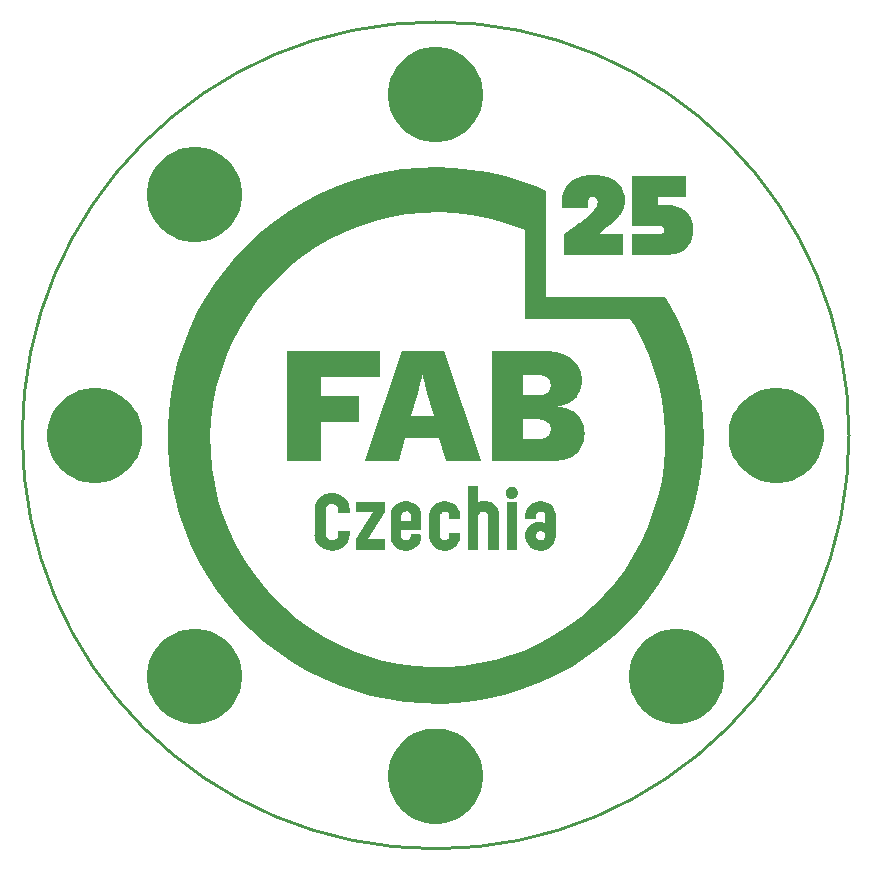
<source format=gto>
G04*
G04 #@! TF.GenerationSoftware,Altium Limited,Altium Designer,25.1.2 (22)*
G04*
G04 Layer_Color=65535*
%FSLAX25Y25*%
%MOIN*%
G70*
G04*
G04 #@! TF.SameCoordinates,1F9D3A5C-45A7-463C-8666-355E490B88AF*
G04*
G04*
G04 #@! TF.FilePolarity,Positive*
G04*
G01*
G75*
%ADD10C,0.00787*%
%ADD11C,0.01000*%
G36*
X140884Y266955D02*
X142893Y266417D01*
X144815Y265621D01*
X146616Y264581D01*
X148266Y263315D01*
X149737Y261844D01*
X151003Y260194D01*
X152043Y258392D01*
X152839Y256471D01*
X153378Y254462D01*
X153649Y252399D01*
X153649Y251359D01*
X153649Y250319D01*
X153378Y248257D01*
X152839Y246248D01*
X152043Y244326D01*
X151003Y242525D01*
X149737Y240875D01*
X148266Y239404D01*
X146616Y238138D01*
X144815Y237098D01*
X142893Y236302D01*
X140884Y235764D01*
X138822Y235492D01*
X137782Y235492D01*
X137782D01*
X136742Y235492D01*
X134680Y235764D01*
X132670Y236302D01*
X130749Y237098D01*
X128947Y238138D01*
X127297Y239404D01*
X125826Y240875D01*
X124560Y242525D01*
X123520Y244326D01*
X122724Y246248D01*
X122186Y248257D01*
X121915Y250319D01*
X121915Y251359D01*
X121915Y252399D01*
X122186Y254462D01*
X122724Y256471D01*
X123520Y258392D01*
X124560Y260194D01*
X125826Y261844D01*
X127297Y263315D01*
X128947Y264581D01*
X130749Y265621D01*
X132670Y266417D01*
X134680Y266955D01*
X136742Y267227D01*
X137782Y267227D01*
X138822Y267227D01*
X140884Y266955D01*
D02*
G37*
G36*
X60570Y233682D02*
X62579Y233144D01*
X64500Y232348D01*
X66302Y231308D01*
X67952Y230042D01*
X69423Y228571D01*
X70689Y226921D01*
X71729Y225120D01*
X72525Y223198D01*
X73063Y221189D01*
X73335Y219127D01*
X73335Y218087D01*
X73335Y217047D01*
X73063Y214984D01*
X72525Y212975D01*
X71729Y211054D01*
X70689Y209252D01*
X69423Y207602D01*
X67952Y206131D01*
X66302Y204865D01*
X64500Y203825D01*
X62579Y203029D01*
X60570Y202491D01*
X58507Y202219D01*
X57467Y202219D01*
X57467D01*
X56427Y202219D01*
X54365Y202491D01*
X52356Y203029D01*
X50434Y203825D01*
X48633Y204865D01*
X46983Y206131D01*
X45512Y207602D01*
X44246Y209252D01*
X43206Y211054D01*
X42410Y212975D01*
X41872Y214984D01*
X41600Y217047D01*
X41600Y218087D01*
X41600Y219127D01*
X41872Y221189D01*
X42410Y223198D01*
X43206Y225120D01*
X44246Y226921D01*
X45512Y228571D01*
X46983Y230042D01*
X48633Y231308D01*
X50434Y232348D01*
X52356Y233144D01*
X54365Y233682D01*
X56427Y233954D01*
X57467Y233954D01*
X58507Y233954D01*
X60570Y233682D01*
D02*
G37*
G36*
X191486Y224557D02*
X192372Y224475D01*
X193252Y224349D01*
X193688Y224265D01*
X193688Y224265D01*
X193887Y224225D01*
X194282Y224134D01*
X194673Y224031D01*
X195062Y223915D01*
X195254Y223852D01*
X195435Y223792D01*
X195793Y223658D01*
X196145Y223512D01*
X196492Y223354D01*
X196663Y223268D01*
X196825Y223186D01*
X197142Y223010D01*
X197452Y222820D01*
X197753Y222618D01*
X197900Y222511D01*
X198041Y222407D01*
X198314Y222185D01*
X198577Y221952D01*
X198828Y221706D01*
X198948Y221577D01*
X198948Y221577D01*
X199317Y221174D01*
X199928Y220266D01*
X200399Y219278D01*
X200718Y218231D01*
X200799Y217690D01*
X200832Y217483D01*
X200882Y217067D01*
X200916Y216649D01*
X200931Y216231D01*
X200931Y216021D01*
X200930Y215702D01*
X200868Y215065D01*
X200745Y214438D01*
X200563Y213825D01*
X200443Y213528D01*
X200383Y213380D01*
X200252Y213087D01*
X200110Y212800D01*
X199957Y212519D01*
X199875Y212381D01*
X199790Y212238D01*
X199612Y211959D01*
X199425Y211684D01*
X199230Y211416D01*
X199129Y211284D01*
X199023Y211147D01*
X198805Y210878D01*
X198581Y210614D01*
X198350Y210354D01*
X198232Y210227D01*
X198109Y210095D01*
X197858Y209833D01*
X197604Y209576D01*
X197345Y209323D01*
X197213Y209198D01*
X197213D01*
X197077Y209069D01*
X196801Y208813D01*
X196523Y208560D01*
X196242Y208309D01*
X196100Y208186D01*
X195954Y208058D01*
X195660Y207805D01*
X195365Y207553D01*
X195069Y207303D01*
X194920Y207178D01*
X194920Y207178D01*
X193702Y206165D01*
X192474Y205133D01*
Y204945D01*
X200257D01*
Y198021D01*
X180613D01*
X180536Y204945D01*
X183975Y207377D01*
X185569Y208531D01*
X185755Y208668D01*
X186126Y208944D01*
X186494Y209223D01*
X186861Y209504D01*
X187043Y209646D01*
X187211Y209777D01*
X187545Y210043D01*
X187876Y210312D01*
X188204Y210585D01*
X188367Y210723D01*
X188514Y210848D01*
X188805Y211104D01*
X189092Y211364D01*
X189375Y211628D01*
X189514Y211762D01*
Y211762D01*
X189637Y211883D01*
X189879Y212128D01*
X190114Y212379D01*
X190343Y212635D01*
X190456Y212766D01*
X190552Y212881D01*
X190738Y213117D01*
X190915Y213359D01*
X191083Y213608D01*
X191163Y213735D01*
X191230Y213846D01*
X191355Y214073D01*
X191466Y214307D01*
X191564Y214548D01*
X191608Y214670D01*
X191608D01*
X191643Y214779D01*
X191700Y215002D01*
X191739Y215228D01*
X191759Y215457D01*
X191763Y215572D01*
X191762Y215644D01*
X191753Y215787D01*
X191735Y215930D01*
X191706Y216070D01*
X191689Y216140D01*
X191680Y216172D01*
X191659Y216236D01*
X191637Y216298D01*
X191612Y216360D01*
X191599Y216391D01*
X191572Y216448D01*
X191512Y216560D01*
X191442Y216666D01*
X191365Y216766D01*
X191323Y216813D01*
X191232Y216903D01*
X191029Y217057D01*
X190803Y217174D01*
X190560Y217251D01*
X190435Y217274D01*
X190400Y217279D01*
X190330Y217287D01*
X190259Y217292D01*
X190189Y217295D01*
X190153Y217295D01*
Y217295D01*
X190080Y217295D01*
X189933Y217285D01*
X189788Y217265D01*
X189644Y217233D01*
X189574Y217213D01*
X189543Y217203D01*
X189482Y217181D01*
X189423Y217156D01*
X189365Y217129D01*
X189336Y217114D01*
X189231Y217052D01*
X189042Y216899D01*
X188883Y216714D01*
X188761Y216504D01*
X188716Y216391D01*
X188704Y216360D01*
X188683Y216298D01*
X188664Y216235D01*
X188648Y216172D01*
X188640Y216140D01*
X188633Y216106D01*
X188620Y216038D01*
X188609Y215970D01*
X188599Y215901D01*
X188596Y215866D01*
X188592Y215830D01*
X188586Y215756D01*
X188583Y215683D01*
X188581Y215609D01*
X188581Y215572D01*
Y215572D01*
Y215572D01*
D01*
X188581Y213479D01*
X179788D01*
Y215612D01*
X179782Y216152D01*
X179899Y217227D01*
X180143Y218280D01*
X180511Y219296D01*
X180754Y219779D01*
X181091Y220421D01*
X181978Y221570D01*
X183049Y222549D01*
X184274Y223328D01*
X184944Y223607D01*
X185131Y223688D01*
X185513Y223837D01*
X185899Y223971D01*
X186291Y224091D01*
X186488Y224143D01*
X186703Y224200D01*
X187134Y224298D01*
X187569Y224381D01*
X188006Y224450D01*
X188226Y224477D01*
Y224477D01*
X188466Y224506D01*
X188947Y224550D01*
X189429Y224579D01*
X189912Y224592D01*
X190153Y224592D01*
X190598Y224595D01*
X191486Y224557D01*
D02*
G37*
G36*
X221391Y217294D02*
X212075D01*
Y214601D01*
X215104Y214601D01*
X215628Y214606D01*
X216670Y214499D01*
X217693Y214276D01*
X218685Y213940D01*
X219159Y213717D01*
X219159D01*
X219668Y213475D01*
X220605Y212851D01*
X221445Y212100D01*
X222168Y211237D01*
X222760Y210279D01*
X223210Y209246D01*
X223508Y208160D01*
X223648Y207043D01*
X223637Y206480D01*
X223640Y206114D01*
X223596Y205384D01*
X223501Y204659D01*
X223357Y203942D01*
X223260Y203589D01*
X223215Y203429D01*
X223112Y203113D01*
X222997Y202801D01*
X222869Y202494D01*
X222799Y202343D01*
X222667Y202057D01*
X222353Y201510D01*
X221992Y200993D01*
X221587Y200510D01*
X221364Y200287D01*
X221139Y200065D01*
X220651Y199661D01*
X220130Y199302D01*
X219579Y198991D01*
X219291Y198860D01*
X219138Y198790D01*
X218828Y198662D01*
X218513Y198547D01*
X218194Y198444D01*
X218032Y198400D01*
X217860Y198352D01*
X217513Y198269D01*
X217163Y198198D01*
X216811Y198141D01*
X216634Y198118D01*
Y198118D01*
X216444Y198094D01*
X216062Y198058D01*
X215679Y198034D01*
X215296Y198022D01*
X215104Y198023D01*
X203320D01*
X203280Y204944D01*
X212598D01*
X212657Y204945D01*
X212774Y204951D01*
X212890Y204963D01*
X213006Y204982D01*
X213063Y204995D01*
X213063Y204995D01*
X213089Y205001D01*
X213141Y205015D01*
X213193Y205031D01*
X213244Y205048D01*
X213269Y205058D01*
X213293Y205067D01*
X213341Y205088D01*
X213387Y205110D01*
X213433Y205134D01*
X213455Y205147D01*
X213455Y205147D01*
X213477Y205160D01*
X213519Y205187D01*
X213560Y205216D01*
X213599Y205247D01*
X213619Y205263D01*
X213675Y205315D01*
X213777Y205431D01*
X213861Y205561D01*
X213927Y205701D01*
X213952Y205774D01*
X213960Y205802D01*
X213975Y205858D01*
X213988Y205914D01*
X213998Y205972D01*
X214003Y206000D01*
X214007Y206032D01*
X214014Y206096D01*
X214018Y206159D01*
X214020Y206223D01*
X214020Y206255D01*
X214019Y206342D01*
X214000Y206514D01*
X213962Y206683D01*
X213905Y206847D01*
X213869Y206926D01*
X213787Y207068D01*
X213573Y207318D01*
X213306Y207508D01*
X213000Y207628D01*
X212839Y207660D01*
X212809Y207664D01*
X212749Y207670D01*
X212689Y207675D01*
X212629Y207677D01*
X212598Y207677D01*
X212598Y207677D01*
X203280Y207677D01*
X203354Y224218D01*
X221391D01*
Y217294D01*
D02*
G37*
G36*
X254445Y153368D02*
X256454Y152830D01*
X258376Y152034D01*
X260177Y150994D01*
X261827Y149727D01*
X263298Y148257D01*
X264564Y146607D01*
X265604Y144805D01*
X266400Y142884D01*
X266939Y140874D01*
X267210Y138812D01*
X267210Y137772D01*
X267210Y136732D01*
X266939Y134670D01*
X266400Y132661D01*
X265604Y130739D01*
X264564Y128938D01*
X263298Y127287D01*
X261827Y125817D01*
X260177Y124550D01*
X258376Y123511D01*
X256454Y122715D01*
X254445Y122176D01*
X252383Y121905D01*
X251343Y121905D01*
X251343D01*
X250303Y121905D01*
X248240Y122176D01*
X246231Y122715D01*
X244310Y123511D01*
X242508Y124550D01*
X240858Y125817D01*
X239387Y127287D01*
X238121Y128938D01*
X237081Y130739D01*
X236285Y132661D01*
X235747Y134670D01*
X235475Y136732D01*
X235475Y137772D01*
D01*
Y137772D01*
Y137772D01*
X235475Y138812D01*
X235747Y140874D01*
X236285Y142884D01*
X237081Y144805D01*
X238121Y146607D01*
X239387Y148257D01*
X240858Y149727D01*
X242508Y150994D01*
X244310Y152034D01*
X246231Y152830D01*
X248240Y153368D01*
X250303Y153639D01*
X251343Y153639D01*
X252383Y153639D01*
X254445Y153368D01*
D02*
G37*
G36*
X27297D02*
X29306Y152830D01*
X31228Y152034D01*
X33029Y150994D01*
X34679Y149727D01*
X36150Y148257D01*
X37416Y146607D01*
X38456Y144805D01*
X39252Y142884D01*
X39790Y140874D01*
X40062Y138812D01*
X40062Y137772D01*
X40062Y136732D01*
X39790Y134670D01*
X39252Y132661D01*
X38456Y130739D01*
X37416Y128938D01*
X36150Y127287D01*
X34679Y125817D01*
X33029Y124550D01*
X31228Y123511D01*
X29306Y122715D01*
X27297Y122176D01*
X25235Y121905D01*
X24195Y121905D01*
X24195D01*
X23155Y121905D01*
X21092Y122176D01*
X19083Y122715D01*
X17162Y123511D01*
X15360Y124550D01*
X13710Y125817D01*
X12239Y127287D01*
X10973Y128938D01*
X9933Y130739D01*
X9137Y132661D01*
X8599Y134670D01*
X8327Y136732D01*
X8327Y137772D01*
X8327Y138812D01*
X8599Y140874D01*
X9137Y142884D01*
X9933Y144805D01*
X10973Y146607D01*
X12239Y148257D01*
X13710Y149727D01*
X15360Y150994D01*
X17162Y152034D01*
X19083Y152830D01*
X21092Y153368D01*
X23155Y153639D01*
X24195Y153639D01*
X25235Y153639D01*
X27297Y153368D01*
D02*
G37*
G36*
X221172Y73080D02*
X223181Y72542D01*
X225103Y71746D01*
X226904Y70706D01*
X228555Y69439D01*
X230025Y67969D01*
X231292Y66318D01*
X232331Y64517D01*
X233127Y62595D01*
X233666Y60586D01*
X233937Y58524D01*
X233937Y57484D01*
X233937Y56444D01*
X233666Y54382D01*
X233127Y52373D01*
X232331Y50451D01*
X231292Y48650D01*
X230025Y46999D01*
X228555Y45529D01*
X226904Y44262D01*
X225103Y43222D01*
X223181Y42426D01*
X221172Y41888D01*
X219110Y41617D01*
X218070Y41617D01*
X218070D01*
X217030Y41617D01*
X214968Y41888D01*
X212959Y42426D01*
X211037Y43222D01*
X209236Y44262D01*
X207585Y45529D01*
X206115Y46999D01*
X204848Y48650D01*
X203808Y50451D01*
X203012Y52373D01*
X202474Y54382D01*
X202203Y56444D01*
X202203Y57484D01*
X202203Y58524D01*
X202474Y60586D01*
X203012Y62595D01*
X203808Y64517D01*
X204848Y66318D01*
X206115Y67969D01*
X207585Y69439D01*
X209236Y70706D01*
X211037Y71746D01*
X212959Y72542D01*
X214968Y73080D01*
X217030Y73351D01*
X218070Y73351D01*
X219110Y73351D01*
X221172Y73080D01*
D02*
G37*
G36*
X60570D02*
X62579Y72542D01*
X64500Y71746D01*
X66302Y70706D01*
X67952Y69439D01*
X69423Y67969D01*
X70689Y66318D01*
X71729Y64517D01*
X72525Y62595D01*
X73063Y60586D01*
X73335Y58524D01*
X73335Y57484D01*
X73335Y56444D01*
X73063Y54382D01*
X72525Y52373D01*
X71729Y50451D01*
X70689Y48650D01*
X69423Y46999D01*
X67952Y45529D01*
X66302Y44262D01*
X64500Y43222D01*
X62579Y42426D01*
X60570Y41888D01*
X58507Y41617D01*
X57467Y41617D01*
X57467D01*
X56427Y41617D01*
X54365Y41888D01*
X52356Y42426D01*
X50434Y43222D01*
X48633Y44262D01*
X46983Y45529D01*
X45512Y46999D01*
X44246Y48650D01*
X43206Y50451D01*
X42410Y52373D01*
X41872Y54382D01*
X41600Y56444D01*
X41600Y57484D01*
X41600Y58524D01*
X41872Y60586D01*
X42410Y62595D01*
X43206Y64517D01*
X44246Y66318D01*
X45512Y67969D01*
X46983Y69439D01*
X48633Y70706D01*
X50434Y71746D01*
X52356Y72542D01*
X54365Y73080D01*
X56427Y73351D01*
X57467Y73351D01*
X58507Y73351D01*
X60570Y73080D01*
D02*
G37*
G36*
X143838Y226980D02*
X149574Y226405D01*
X155261Y225462D01*
X160875Y224154D01*
X166393Y222487D01*
X171792Y220468D01*
X174421Y219286D01*
X174421Y183810D01*
X214379D01*
X215864Y181339D01*
X218508Y176217D01*
X220816Y170935D01*
X222780Y165515D01*
X224390Y159980D01*
X225640Y154353D01*
X226524Y148657D01*
X227040Y142915D01*
X227184Y137153D01*
X226957Y131393D01*
X226359Y125660D01*
X225393Y119977D01*
X224062Y114368D01*
X222373Y108856D01*
X220332Y103465D01*
X217948Y98217D01*
X215230Y93134D01*
X212191Y88236D01*
X208842Y83544D01*
X205198Y79078D01*
X201273Y74856D01*
X197084Y70895D01*
X192649Y67213D01*
X187986Y63824D01*
X183114Y60743D01*
X178053Y57983D01*
X172826Y55554D01*
X167452Y53467D01*
X161955Y51731D01*
X156358Y50353D01*
X150684Y49339D01*
X144956Y48692D01*
X139198Y48416D01*
X133434Y48512D01*
X127689Y48978D01*
X121985Y49815D01*
X116348Y51017D01*
X110799Y52580D01*
X105363Y54497D01*
X100061Y56761D01*
X94917Y59361D01*
X89951Y62288D01*
X85184Y65529D01*
X80635Y69070D01*
X76325Y72898D01*
X72270Y76995D01*
X68487Y81344D01*
X64993Y85929D01*
X61801Y90729D01*
X58926Y95725D01*
X56379Y100896D01*
X54170Y106221D01*
X52308Y111677D01*
X50803Y117241D01*
X49659Y122891D01*
X48882Y128602D01*
X48474Y134352D01*
X48438Y140117D01*
X48773Y145871D01*
X49479Y151593D01*
X50552Y157256D01*
X51988Y162839D01*
X53780Y168318D01*
X55922Y173669D01*
X58405Y178872D01*
X61217Y183903D01*
X64349Y188743D01*
X67785Y193371D01*
X71513Y197768D01*
X75516Y201916D01*
X79778Y205797D01*
X84282Y209395D01*
X89008Y212695D01*
X93937Y215684D01*
X99049Y218349D01*
X104321Y220679D01*
X109733Y222664D01*
X115261Y224297D01*
X120884Y225569D01*
X126576Y226477D01*
X132315Y227016D01*
X138077Y227184D01*
X143838Y226980D01*
D02*
G37*
G36*
X140884Y39807D02*
X142893Y39269D01*
X144815Y38473D01*
X146616Y37433D01*
X148266Y36167D01*
X149737Y34696D01*
X151003Y33046D01*
X152043Y31244D01*
X152839Y29323D01*
X153378Y27314D01*
X153649Y25251D01*
X153649Y24211D01*
X153649Y23171D01*
X153378Y21109D01*
X152839Y19100D01*
X152043Y17178D01*
X151003Y15377D01*
X149737Y13727D01*
X148266Y12256D01*
X146616Y10990D01*
X144815Y9950D01*
X142893Y9154D01*
X140884Y8615D01*
X138822Y8344D01*
X137782Y8344D01*
X137782D01*
X136742Y8344D01*
X134680Y8615D01*
X132670Y9154D01*
X130749Y9950D01*
X128947Y10990D01*
X127297Y12256D01*
X125827Y13727D01*
X124560Y15377D01*
X123520Y17178D01*
X122724Y19100D01*
X122186Y21109D01*
X121915Y23171D01*
X121915Y24211D01*
X121915Y25251D01*
X122186Y27314D01*
X122724Y29323D01*
X123520Y31244D01*
X124560Y33046D01*
X125827Y34696D01*
X127297Y36167D01*
X128947Y37433D01*
X130749Y38473D01*
X132670Y39269D01*
X134680Y39807D01*
X136742Y40079D01*
X137782Y40079D01*
X138822Y40079D01*
X140884Y39807D01*
D02*
G37*
%LPC*%
G36*
X121915Y251359D02*
Y251359D01*
D01*
Y251359D01*
D02*
G37*
G36*
X41600Y218087D02*
Y218087D01*
D01*
Y218087D01*
D02*
G37*
G36*
X8327Y137772D02*
Y137772D01*
D01*
Y137772D01*
D02*
G37*
G36*
X202203Y57484D02*
D01*
Y57484D01*
Y57484D01*
D02*
G37*
G36*
X41600D02*
D01*
Y57484D01*
Y57484D01*
D02*
G37*
G36*
X138783Y212170D02*
X133418Y211997D01*
X128078Y211445D01*
X122790Y210517D01*
X117581Y209216D01*
X112478Y207551D01*
X107505Y205529D01*
X102687Y203159D01*
X98049Y200455D01*
X93615Y197430D01*
X89405Y194098D01*
X85442Y190477D01*
X81745Y186584D01*
X78332Y182440D01*
X75222Y178065D01*
X72428Y173480D01*
X69966Y168709D01*
X67848Y163776D01*
X66084Y158706D01*
X64684Y153523D01*
X63653Y148255D01*
X62998Y142926D01*
X62721Y137565D01*
X62825Y132197D01*
X63308Y126851D01*
X64168Y121552D01*
X65401Y116326D01*
X67001Y111202D01*
X68959Y106203D01*
X71266Y101356D01*
X73910Y96683D01*
X76878Y92210D01*
X80155Y87958D01*
X83725Y83948D01*
X87569Y80201D01*
X91669Y76736D01*
X96004Y73569D01*
X100552Y70717D01*
X105291Y68193D01*
X110196Y66012D01*
X115244Y64183D01*
X120408Y62715D01*
X125663Y61617D01*
X130982Y60893D01*
X136339Y60547D01*
X141708Y60582D01*
X147060Y60996D01*
X152370Y61788D01*
X157611Y62953D01*
X162756Y64486D01*
X167779Y66380D01*
X172656Y68624D01*
X177362Y71208D01*
X181873Y74118D01*
X186167Y77340D01*
X190223Y80858D01*
X194019Y84654D01*
X197537Y88709D01*
X200760Y93002D01*
X203670Y97514D01*
X206254Y102219D01*
X208499Y107096D01*
X210393Y112119D01*
X211927Y117264D01*
X213093Y122504D01*
X213885Y127814D01*
X214300Y133166D01*
X214335Y138535D01*
X213990Y143892D01*
X213266Y149212D01*
X212169Y154467D01*
X210702Y159631D01*
X208873Y164679D01*
X206692Y169584D01*
X204169Y174323D01*
X202743Y176597D01*
X167539D01*
X167539Y206354D01*
X165059Y207382D01*
X159966Y209080D01*
X154766Y210414D01*
X149484Y211376D01*
X144148Y211963D01*
X138783Y212170D01*
D02*
G37*
%LPD*%
G36*
X172744Y165996D02*
X172744Y165996D01*
X173331Y165989D01*
X173723Y165980D01*
X174376Y165952D01*
X175028Y165912D01*
X175353Y165885D01*
X175647Y165861D01*
X176233Y165798D01*
X176817Y165721D01*
X177399Y165629D01*
X177689Y165576D01*
X177950Y165529D01*
X178469Y165418D01*
X178984Y165291D01*
X179496Y165149D01*
X179749Y165070D01*
X179979Y164999D01*
X180432Y164839D01*
X180879Y164663D01*
X181319Y164470D01*
X181535Y164366D01*
X181733Y164270D01*
X182121Y164061D01*
X182500Y163836D01*
X182868Y163593D01*
X183046Y163464D01*
X183379Y163225D01*
X183992Y162682D01*
X184546Y162078D01*
X185035Y161420D01*
X185244Y161068D01*
Y161068D01*
X185349Y160890D01*
X185539Y160525D01*
X185712Y160150D01*
X185738Y160083D01*
X185931Y159573D01*
X185931D01*
X186095Y159050D01*
X186286Y158255D01*
X186424Y157354D01*
X186487Y156445D01*
X186481Y155990D01*
X186481Y155906D01*
X186478Y155739D01*
X186473Y155573D01*
X186466Y155406D01*
X186460Y155323D01*
X186451Y155163D01*
X186421Y154845D01*
X186380Y154528D01*
X186328Y154213D01*
X186297Y154056D01*
X186198Y153539D01*
X185860Y152541D01*
X185390Y151598D01*
X184797Y150728D01*
X184443Y150337D01*
X184289Y150165D01*
X183959Y149842D01*
X183609Y149540D01*
X183242Y149260D01*
X183050Y149132D01*
X182916Y149043D01*
X182641Y148874D01*
X182361Y148715D01*
X182074Y148568D01*
X181928Y148499D01*
X181852Y148463D01*
X181699Y148394D01*
X181544Y148328D01*
X181388Y148264D01*
X181310Y148234D01*
Y148234D01*
X181229Y148202D01*
X181065Y148142D01*
X180901Y148084D01*
X180736Y148029D01*
X180567Y147975D01*
X180484Y147950D01*
X179956Y147804D01*
X179956Y147804D01*
X179952Y147803D01*
Y147803D01*
X179426Y147681D01*
X179397Y147675D01*
X179020Y147602D01*
X178642Y147538D01*
X178452Y147512D01*
X178452Y147454D01*
X178453Y147453D01*
X178992Y147378D01*
X178997Y147377D01*
X179214Y147342D01*
X179427Y147305D01*
X179430Y147305D01*
X179962Y147199D01*
Y147199D01*
X179967Y147198D01*
X179967Y147198D01*
X180500Y147074D01*
X180640Y147038D01*
X180835Y146985D01*
X180932Y146958D01*
X181026Y146931D01*
X181211Y146875D01*
X181396Y146816D01*
X181580Y146754D01*
X181759Y146691D01*
X181934Y146626D01*
X182108Y146558D01*
X182281Y146488D01*
X182366Y146451D01*
X182529Y146382D01*
X182850Y146232D01*
X183147Y146079D01*
X183624Y145805D01*
X184089Y145501D01*
X184246Y145392D01*
X184636Y145083D01*
X185006Y144750D01*
X185181Y144573D01*
X185458Y144291D01*
X185951Y143672D01*
X186378Y143006D01*
X186734Y142299D01*
X186875Y141929D01*
X186933Y141778D01*
X187035Y141472D01*
X187126Y141162D01*
X187204Y140848D01*
X187237Y140690D01*
X187289Y140437D01*
X187366Y139926D01*
X187417Y139412D01*
X187441Y138896D01*
X187440Y138637D01*
X187440Y138517D01*
X187436Y138277D01*
X187428Y138038D01*
X187415Y137798D01*
X187398Y137564D01*
X187377Y137335D01*
X187352Y137108D01*
X187322Y136880D01*
X187288Y136658D01*
X187250Y136441D01*
X187208Y136225D01*
X187161Y136010D01*
X187135Y135904D01*
X186975Y135201D01*
X186411Y133876D01*
X185621Y132672D01*
X184628Y131628D01*
X184047Y131203D01*
X183961Y131140D01*
X183787Y131019D01*
X183609Y130903D01*
X183428Y130792D01*
X183335Y130739D01*
X183241Y130685D01*
X183049Y130583D01*
X182854Y130485D01*
X182657Y130393D01*
X182557Y130349D01*
X182454Y130304D01*
X182245Y130219D01*
X182033Y130138D01*
X181820Y130063D01*
X181713Y130027D01*
X181600Y129990D01*
X181374Y129921D01*
X181146Y129856D01*
X180916Y129796D01*
X180801Y129768D01*
X180680Y129738D01*
X180436Y129683D01*
X180192Y129632D01*
X179946Y129585D01*
X179693Y129541D01*
X179432Y129499D01*
X179171Y129461D01*
X178909Y129426D01*
X178778Y129411D01*
X178639Y129394D01*
X178362Y129364D01*
X178084Y129336D01*
X177805Y129312D01*
X177666Y129301D01*
X177519Y129290D01*
X177225Y129270D01*
X176930Y129252D01*
X176635Y129237D01*
X176488Y129231D01*
X176168Y129218D01*
X175529Y129198D01*
X174890Y129186D01*
X174250Y129181D01*
X173930Y129181D01*
X156702D01*
Y165996D01*
X172744Y165996D01*
X172744Y165996D01*
D02*
G37*
G36*
X152864Y129662D02*
X152521Y129181D01*
X141160D01*
X139070Y136925D01*
X127708D01*
X125560Y129181D01*
X114539D01*
X114196Y129662D01*
X126577Y165996D01*
X140428D01*
X152864Y129662D01*
D02*
G37*
G36*
X119313Y157345D02*
X99653D01*
Y150846D01*
X112238D01*
Y142199D01*
X99653D01*
Y129180D01*
X88173D01*
Y165994D01*
X119313D01*
Y157345D01*
D02*
G37*
G36*
X104332Y118498D02*
X105030Y118345D01*
X105706Y118116D01*
X106030Y117964D01*
X106384Y117791D01*
X107036Y117348D01*
X107618Y116815D01*
X108118Y116205D01*
X108524Y115529D01*
X108830Y114802D01*
X109028Y114039D01*
X109115Y113255D01*
X109102Y112861D01*
X109102D01*
Y111901D01*
X105370D01*
X105370Y112861D01*
X105368Y112989D01*
X105341Y113243D01*
X105285Y113493D01*
X105200Y113734D01*
X105147Y113851D01*
X105024Y114059D01*
X104707Y114424D01*
X104311Y114700D01*
X103859Y114872D01*
X103621Y114916D01*
X103577Y114921D01*
X103488Y114931D01*
X103398Y114937D01*
X103309Y114940D01*
X103264Y114941D01*
X103136Y114938D01*
X102880Y114912D01*
X102629Y114857D01*
X102386Y114775D01*
X102268Y114723D01*
X102058Y114605D01*
X101688Y114295D01*
X101406Y113903D01*
X101229Y113454D01*
X101184Y113217D01*
X101178Y113173D01*
X101168Y113084D01*
X101161Y112995D01*
X101158Y112905D01*
X101158Y112861D01*
Y112861D01*
X101158Y105078D01*
X101160Y104950D01*
X101187Y104695D01*
X101243Y104446D01*
X101328Y104204D01*
X101381Y104088D01*
Y104088D01*
X101504Y103879D01*
X101821Y103515D01*
X102217Y103238D01*
X102669Y103066D01*
X102907Y103023D01*
X102951Y103017D01*
X103041Y103008D01*
X103130Y103001D01*
X103219Y102998D01*
X103264Y102998D01*
X103393Y103000D01*
X103648Y103026D01*
X103899Y103081D01*
X104142Y103164D01*
X104260Y103215D01*
X104470Y103334D01*
X104840Y103644D01*
X105122Y104035D01*
X105299Y104484D01*
X105344Y104721D01*
X105350Y104766D01*
X105360Y104855D01*
X105367Y104944D01*
X105370Y105033D01*
X105370Y105078D01*
X105370Y105078D01*
Y106037D01*
X109102D01*
X109102Y105078D01*
X109106Y104728D01*
X109031Y104032D01*
X108875Y103349D01*
X108641Y102690D01*
X108486Y102376D01*
Y102376D01*
X108235Y101882D01*
X107544Y101019D01*
X106691Y100314D01*
X105713Y99798D01*
X105181Y99645D01*
X104948Y99576D01*
X104473Y99473D01*
X103992Y99404D01*
X103507Y99371D01*
X103264Y99372D01*
X102907Y99368D01*
X102196Y99441D01*
X101498Y99593D01*
X100822Y99822D01*
X100498Y99975D01*
X100144Y100147D01*
X99492Y100591D01*
X98910Y101123D01*
X98410Y101734D01*
X98004Y102409D01*
X97698Y103136D01*
X97500Y103900D01*
X97413Y104684D01*
X97426Y105078D01*
X97426Y105078D01*
X97426Y112861D01*
X97422Y113211D01*
X97497Y113907D01*
X97653Y114589D01*
X97887Y115249D01*
X98042Y115563D01*
X98293Y116056D01*
X98984Y116920D01*
X99837Y117624D01*
X100815Y118140D01*
X101347Y118293D01*
X101580Y118362D01*
X102055Y118466D01*
X102536Y118535D01*
X103021Y118568D01*
X103264Y118567D01*
Y118567D01*
X103621Y118570D01*
X104332Y118498D01*
D02*
G37*
G36*
X163208Y120643D02*
X163330Y120644D01*
X163571Y120618D01*
X163808Y120564D01*
X164037Y120482D01*
X164146Y120429D01*
X164391Y120304D01*
X164793Y119927D01*
X165074Y119454D01*
X165213Y118921D01*
X165206Y118646D01*
X165207Y118524D01*
X165181Y118283D01*
X165126Y118046D01*
X165045Y117817D01*
X164991Y117708D01*
X164866Y117463D01*
X164490Y117061D01*
X164016Y116779D01*
X163483Y116640D01*
X163208Y116648D01*
X163087Y116647D01*
X162846Y116673D01*
X162609Y116727D01*
X162381Y116809D01*
X162272Y116862D01*
X162272D01*
X162027Y116987D01*
X161624Y117364D01*
X161343Y117837D01*
X161203Y118370D01*
X161210Y118646D01*
X161209Y118767D01*
X161236Y119009D01*
X161290Y119245D01*
X161372Y119474D01*
X161425Y119583D01*
X161551Y119828D01*
X161927Y120230D01*
X162400Y120511D01*
X162933Y120650D01*
X163208Y120643D01*
D02*
G37*
G36*
X140822Y115899D02*
X141328Y115905D01*
X142323Y115722D01*
X143264Y115350D01*
X144116Y114803D01*
X144481Y114453D01*
X144837Y114105D01*
X145395Y113281D01*
X145778Y112362D01*
X145969Y111386D01*
X145965Y110888D01*
X145965D01*
Y109929D01*
X142392D01*
X142392Y110888D01*
X142363Y111194D01*
X142130Y111757D01*
X141695Y112186D01*
X141128Y112410D01*
X140822Y112434D01*
X140699Y112431D01*
X140455Y112394D01*
X140221Y112321D01*
X140000Y112211D01*
X139897Y112144D01*
X139758Y112027D01*
X139524Y111749D01*
X139363Y111424D01*
X139284Y111070D01*
X139276Y110888D01*
Y110888D01*
X139276Y104358D01*
X139304Y104057D01*
X139533Y103502D01*
X139962Y103081D01*
X140521Y102861D01*
X140822Y102838D01*
X141004Y102847D01*
X141361Y102926D01*
X141689Y103085D01*
X141972Y103316D01*
X142092Y103454D01*
X142092Y103454D01*
X142161Y103554D01*
X142273Y103768D01*
X142349Y103998D01*
X142387Y104237D01*
X142392Y104358D01*
X142392D01*
X142392Y105317D01*
X145965D01*
X145965Y104358D01*
X145965Y103857D01*
X145766Y102874D01*
X145376Y101951D01*
X144810Y101124D01*
X144090Y100427D01*
X143246Y99886D01*
X142311Y99525D01*
X141323Y99357D01*
X140822Y99374D01*
X140415Y99369D01*
X139609Y99486D01*
X138831Y99726D01*
X138098Y100082D01*
X137764Y100314D01*
X137280Y100657D01*
X136504Y101554D01*
X135966Y102610D01*
X135696Y103765D01*
X135703Y104358D01*
Y104358D01*
X135703Y110888D01*
X135699Y111390D01*
X135893Y112373D01*
X136278Y113299D01*
X136841Y114129D01*
X137557Y114830D01*
X138399Y115375D01*
X139333Y115741D01*
X140321Y115913D01*
X140822Y115899D01*
D02*
G37*
G36*
X172779Y115900D02*
X173285Y115906D01*
X174281Y115723D01*
X175223Y115351D01*
X176018Y114840D01*
X176440Y114454D01*
X176440Y114454D01*
X176440Y114454D01*
X176846Y114031D01*
X177353Y113282D01*
X177735Y112363D01*
X177909Y111474D01*
X177922Y110889D01*
X177922Y110889D01*
X177922Y110889D01*
X177922Y104359D01*
X177923Y103857D01*
X177725Y102875D01*
X177334Y101951D01*
X176768Y101124D01*
X176048Y100426D01*
X175204Y99885D01*
X174269Y99524D01*
X173280Y99356D01*
X172779Y99372D01*
X172372Y99368D01*
X171566Y99485D01*
X170788Y99724D01*
X170189Y100016D01*
X169721Y100313D01*
Y100313D01*
X169721Y100313D01*
X169237Y100656D01*
X168462Y101554D01*
X167923Y102611D01*
X167653Y103766D01*
X167660Y104359D01*
X167656Y104648D01*
X167720Y105224D01*
X167853Y105788D01*
X168055Y106331D01*
X168188Y106589D01*
X168188D01*
X168395Y106974D01*
X168956Y107647D01*
X169640Y108194D01*
X170419Y108594D01*
X170840Y108712D01*
X171014Y108763D01*
X171369Y108839D01*
X171729Y108890D01*
X172090Y108915D01*
X172272Y108915D01*
X172346Y108915D01*
X172495Y108911D01*
X172643Y108903D01*
X172792Y108893D01*
X172866Y108886D01*
X172974Y108875D01*
X173190Y108848D01*
X173405Y108814D01*
X173618Y108773D01*
X173725Y108749D01*
X173761Y108741D01*
X173779Y108737D01*
X173781Y108737D01*
X173885Y108711D01*
X174351Y108569D01*
X174352Y108569D01*
X174352Y108569D01*
X174352Y109186D01*
X174352Y110889D01*
X174323Y111195D01*
X174088Y111758D01*
X173653Y112187D01*
X173085Y112411D01*
X172779Y112435D01*
X172656Y112431D01*
X172413Y112395D01*
X172178Y112321D01*
X171958Y112212D01*
X171855Y112144D01*
X171715Y112028D01*
X171482Y111750D01*
X171320Y111425D01*
X171241Y111071D01*
X171233Y110889D01*
Y109930D01*
X167660D01*
X167660Y110889D01*
X167657Y111390D01*
X167850Y112374D01*
X168236Y113300D01*
X168798Y114130D01*
X169515Y114831D01*
X170357Y115376D01*
X171290Y115741D01*
X172278Y115914D01*
X172779Y115900D01*
D02*
G37*
G36*
X164995Y99641D02*
X161422D01*
Y115635D01*
X164995D01*
Y99641D01*
D02*
G37*
G36*
X120908Y112167D02*
X115125Y103105D01*
X120908D01*
Y99641D01*
X111100D01*
Y103105D01*
X116885Y112167D01*
X111100D01*
Y115635D01*
X120908D01*
Y112167D01*
D02*
G37*
G36*
X152068Y115578D02*
X152068Y115578D01*
X152110Y115595D01*
X152195Y115626D01*
X152281Y115655D01*
X152367Y115682D01*
X152411Y115694D01*
X152434Y115700D01*
X152481Y115713D01*
X152527Y115725D01*
X152574Y115736D01*
X152597Y115742D01*
X152621Y115747D01*
X152670Y115758D01*
X152718Y115769D01*
X152767Y115779D01*
X152791Y115783D01*
X152841Y115793D01*
X152942Y115811D01*
X153042Y115827D01*
X153144Y115841D01*
X153194Y115847D01*
X153296Y115860D01*
X153500Y115879D01*
X153705Y115892D01*
X153910Y115898D01*
X154013Y115898D01*
Y115898D01*
X154300Y115901D01*
X154871Y115842D01*
X155433Y115721D01*
X155977Y115538D01*
X156238Y115417D01*
X156819Y115140D01*
X157776Y114277D01*
X158447Y113178D01*
X158776Y111933D01*
X158757Y111289D01*
X158757Y99640D01*
X155189D01*
X155189Y110887D01*
X155189Y110887D01*
X155160Y111193D01*
X154925Y111758D01*
X154489Y112186D01*
X153920Y112410D01*
X153614Y112433D01*
X153491Y112430D01*
X153247Y112394D01*
X153013Y112320D01*
X152792Y112211D01*
X152689Y112143D01*
X152689Y112143D01*
X152549Y112027D01*
X152316Y111749D01*
X152155Y111424D01*
X152075Y111069D01*
X152068Y110887D01*
Y99640D01*
X148495D01*
Y120964D01*
X152068D01*
X152068Y115578D01*
D02*
G37*
G36*
X127892Y115900D02*
Y115900D01*
X128479Y115891D01*
X129395Y115723D01*
X130337Y115351D01*
X131190Y114804D01*
X131555Y114454D01*
X131911Y114106D01*
X132469Y113282D01*
X132851Y112363D01*
X133042Y111387D01*
X133038Y110889D01*
X133038D01*
Y106172D01*
X126346D01*
Y104359D01*
X126374Y104058D01*
X126604Y103503D01*
X127032Y103082D01*
X127591Y102862D01*
X127892Y102839D01*
X128075Y102848D01*
X128433Y102927D01*
X128762Y103086D01*
X129046Y103317D01*
X129166Y103455D01*
X129235Y103555D01*
X129348Y103769D01*
X129425Y103999D01*
X129463Y104238D01*
X129467Y104359D01*
X129467Y104359D01*
Y105051D01*
X132620D01*
X133038Y104634D01*
X133038Y104359D01*
X133038Y103857D01*
X132840Y102874D01*
X132449Y101951D01*
X131883Y101123D01*
X131163Y100425D01*
X130318Y99885D01*
X129382Y99523D01*
X128393Y99356D01*
X127892Y99372D01*
X127485Y99368D01*
X126680Y99485D01*
X125902Y99725D01*
X125171Y100081D01*
X124837Y100314D01*
X124353Y100657D01*
X123577Y101554D01*
X123039Y102611D01*
X122769Y103766D01*
X122776Y104359D01*
X122776Y104359D01*
X122776Y110889D01*
X122772Y111390D01*
X122966Y112374D01*
X123351Y113299D01*
X123913Y114129D01*
X124629Y114831D01*
X125471Y115375D01*
X126404Y115741D01*
X127315Y115900D01*
X127892Y115900D01*
D02*
G37*
%LPC*%
G36*
X171934Y157858D02*
X171737Y157856D01*
X171737Y157856D01*
X171737Y157856D01*
X166832D01*
Y151185D01*
X171737D01*
X171840Y151185D01*
X172047Y151189D01*
X172254Y151197D01*
X172461Y151210D01*
X172564Y151219D01*
X172657Y151226D01*
X172843Y151247D01*
X173028Y151272D01*
X173213Y151301D01*
X173305Y151319D01*
X173388Y151334D01*
X173552Y151371D01*
X173716Y151413D01*
X173878Y151460D01*
X173958Y151486D01*
X174031Y151509D01*
X174174Y151562D01*
X174316Y151621D01*
X174455Y151684D01*
X174523Y151719D01*
X174708Y151809D01*
X175045Y152041D01*
X175344Y152321D01*
X175597Y152642D01*
X175698Y152820D01*
X175731Y152880D01*
X175792Y153002D01*
X175846Y153127D01*
X175894Y153255D01*
X175916Y153320D01*
X175961Y153466D01*
X176028Y153763D01*
X176072Y154064D01*
X176092Y154368D01*
X176089Y154520D01*
X176090Y154600D01*
X176084Y154759D01*
X176074Y154917D01*
X176057Y155075D01*
X176036Y155226D01*
X176009Y155369D01*
X175977Y155511D01*
X175938Y155651D01*
X175916Y155721D01*
X175875Y155849D01*
X175768Y156097D01*
X175636Y156332D01*
X175482Y156553D01*
X175394Y156655D01*
X175349Y156705D01*
X175256Y156802D01*
X175158Y156894D01*
X175056Y156981D01*
X175002Y157022D01*
X174946Y157064D01*
X174830Y157145D01*
X174710Y157220D01*
X174587Y157290D01*
X174523Y157322D01*
X174455Y157356D01*
X174316Y157420D01*
X174174Y157479D01*
X174031Y157532D01*
X173958Y157555D01*
Y157555D01*
X173878Y157581D01*
X173716Y157628D01*
X173552Y157670D01*
X173388Y157707D01*
X173305Y157722D01*
X173111Y157757D01*
X172720Y157809D01*
X172327Y157843D01*
X172322Y157843D01*
X171934Y157858D01*
D02*
G37*
G36*
X171477Y143216D02*
X171274Y143215D01*
X171274D01*
X171274Y143215D01*
X171274Y143215D01*
X166832D01*
Y136489D01*
X171274D01*
X171379Y136488D01*
X171590Y136493D01*
X171800Y136501D01*
X172009Y136514D01*
X172114Y136523D01*
X172212Y136531D01*
X172406Y136551D01*
X172600Y136577D01*
X172793Y136607D01*
X172889Y136624D01*
X172978Y136641D01*
X173156Y136678D01*
X173332Y136720D01*
X173507Y136768D01*
X173594Y136794D01*
Y136794D01*
X173674Y136818D01*
X173834Y136872D01*
X173991Y136932D01*
X174146Y136996D01*
X174223Y137031D01*
X174294Y137064D01*
X174434Y137135D01*
X174571Y137211D01*
X174705Y137293D01*
X174770Y137337D01*
X174953Y137455D01*
X175280Y137746D01*
X175559Y138082D01*
X175784Y138457D01*
X175867Y138659D01*
X175924Y138804D01*
X176009Y139105D01*
X176065Y139412D01*
X176091Y139723D01*
X176089Y139879D01*
X176099Y140176D01*
X175996Y140761D01*
X175774Y141313D01*
X175443Y141806D01*
X175230Y142014D01*
X175177Y142065D01*
X175066Y142162D01*
X174951Y142253D01*
X174831Y142340D01*
X174770Y142380D01*
X174706Y142422D01*
X174705Y142423D01*
X174705Y142423D01*
X174571Y142504D01*
X174571Y142504D01*
X174434Y142579D01*
X174433Y142579D01*
X174294Y142649D01*
X174223Y142681D01*
Y142681D01*
X174146Y142715D01*
X173992Y142779D01*
X173991Y142779D01*
X173834Y142837D01*
X173834Y142837D01*
X173674Y142890D01*
X173594Y142914D01*
X173507Y142940D01*
X173332Y142987D01*
X173156Y143028D01*
X172978Y143065D01*
X172889Y143081D01*
X172689Y143116D01*
X172287Y143167D01*
X171882Y143200D01*
X171820Y143203D01*
X171477Y143216D01*
D02*
G37*
G36*
X133472Y157895D02*
X133361D01*
X133115Y156919D01*
X133115D01*
X133115Y156919D01*
X133115D01*
X132981Y156385D01*
X131836Y151846D01*
X129743Y144385D01*
X137093D01*
X135055Y151790D01*
X133863Y156388D01*
X133725Y156922D01*
X133725Y156922D01*
X133725Y156922D01*
X133725D01*
X133472Y157895D01*
D02*
G37*
G36*
X173091Y105912D02*
X172779Y105905D01*
X172656Y105906D01*
X172412Y105870D01*
X172176Y105796D01*
X171955Y105686D01*
X171855Y105614D01*
X171708Y105506D01*
X171473Y105226D01*
X171310Y104898D01*
X171230Y104541D01*
X171233Y104359D01*
X171231Y104052D01*
X171465Y103486D01*
X171903Y103056D01*
X172473Y102831D01*
X172779Y102839D01*
X172963Y102837D01*
X173322Y102917D01*
X173653Y103077D01*
X173939Y103309D01*
X174051Y103455D01*
X174124Y103552D01*
X174237Y103767D01*
X174314Y103997D01*
X174352Y104237D01*
X174352Y104359D01*
X174352Y104359D01*
X174354Y104670D01*
X174254Y104909D01*
X174114Y105245D01*
X173670Y105682D01*
X173091Y105912D01*
D02*
G37*
G36*
X128204Y112443D02*
X127892Y112435D01*
X127769Y112436D01*
X127525Y112400D01*
X127289Y112326D01*
X127068Y112216D01*
X126968Y112144D01*
X126821Y112036D01*
X126585Y111756D01*
X126423Y111429D01*
X126343Y111072D01*
X126346Y110889D01*
Y109103D01*
X129467D01*
X129467Y110889D01*
X129469Y111201D01*
X129229Y111777D01*
X128784Y112214D01*
X128204Y112443D01*
D02*
G37*
G36*
X121915Y24211D02*
Y24211D01*
D01*
Y24211D01*
D02*
G37*
%LPD*%
D10*
X261196Y137772D02*
G03*
X261196Y137772I-9843J0D01*
G01*
X241586Y131131D02*
G03*
X241586Y144414I9767J6641D01*
G01*
X227923Y57484D02*
G03*
X227923Y57484I-9843J0D01*
G01*
X206478Y59694D02*
G03*
X215870Y69086I11602J-2210D01*
G01*
X147635Y24211D02*
G03*
X147635Y24211I-9843J0D01*
G01*
X131151Y33978D02*
G03*
X144434Y33978I6641J-9767D01*
G01*
X67320Y57484D02*
G03*
X67320Y57484I-9843J0D01*
G01*
X59688Y69086D02*
G03*
X69080Y59694I-2210J-11602D01*
G01*
X34048Y137772D02*
G03*
X34048Y137772I-9843J0D01*
G01*
X33972Y144414D02*
G03*
X33972Y131131I-9767J-6641D01*
G01*
X67320Y218087D02*
G03*
X67320Y218087I-9843J0D01*
G01*
X69080Y215877D02*
G03*
X59688Y206484I-11602J2210D01*
G01*
X147635Y251359D02*
G03*
X147635Y251359I-9843J0D01*
G01*
X144434Y241593D02*
G03*
X131151Y241593I-6641J9767D01*
G01*
X241511Y131079D02*
Y144465D01*
X206388Y59711D02*
X215853Y69176D01*
X131099Y34054D02*
X144485D01*
X59705Y69176D02*
X69170Y59711D01*
X34048Y131079D02*
Y144465D01*
X59705Y206394D02*
X69170Y215860D01*
X131099Y241517D02*
X144485D01*
D11*
X275591Y137795D02*
G03*
X275591Y137795I-137795J0D01*
G01*
M02*

</source>
